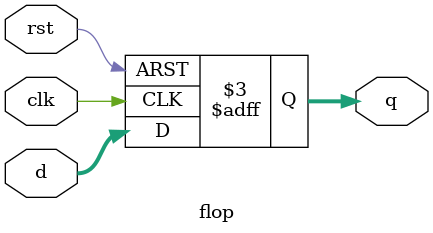
<source format=v>
module flop (
	input clk,
	input rst,
	input [1:0] d,
	output reg [1:0] q 
);
	always @(posedge clk or negedge rst) begin
		if(!rst)
			q<= 2'b0 ; 
		else
			q<= d;
	end
endmodule

</source>
